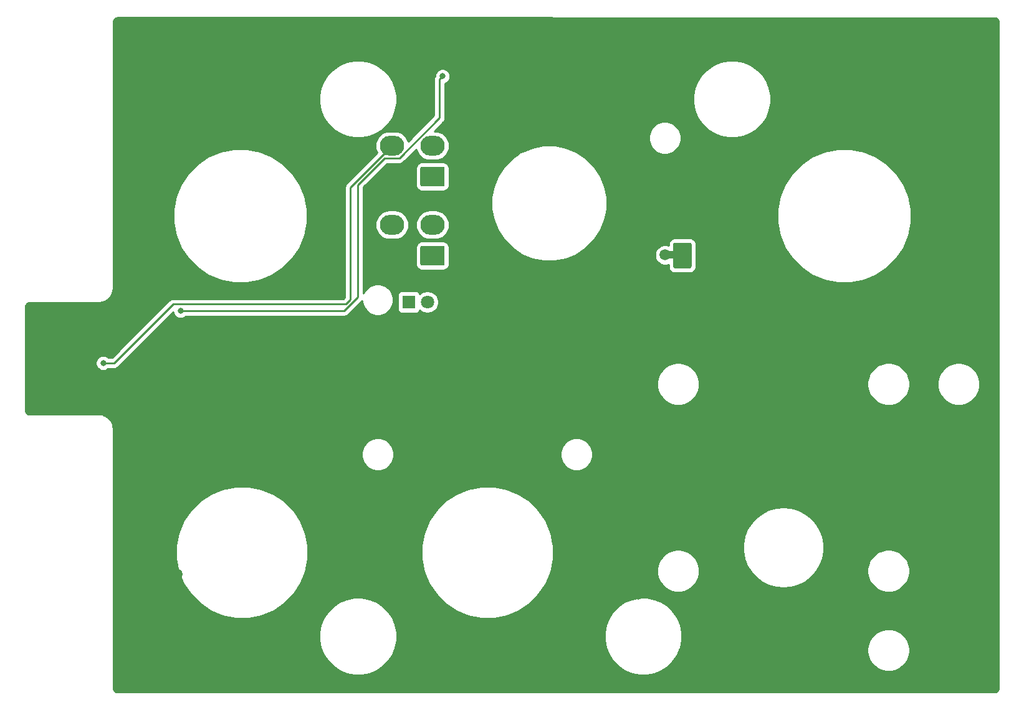
<source format=gbr>
G04 #@! TF.GenerationSoftware,KiCad,Pcbnew,(5.1.6)-1*
G04 #@! TF.CreationDate,2021-02-10T21:53:07+11:00*
G04 #@! TF.ProjectId,ECS Panel PCB V2,45435320-5061-46e6-956c-205043422056,rev?*
G04 #@! TF.SameCoordinates,Original*
G04 #@! TF.FileFunction,Copper,L2,Bot*
G04 #@! TF.FilePolarity,Positive*
%FSLAX46Y46*%
G04 Gerber Fmt 4.6, Leading zero omitted, Abs format (unit mm)*
G04 Created by KiCad (PCBNEW (5.1.6)-1) date 2021-02-10 21:53:07*
%MOMM*%
%LPD*%
G01*
G04 APERTURE LIST*
G04 #@! TA.AperFunction,ComponentPad*
%ADD10O,3.300000X2.700000*%
G04 #@! TD*
G04 #@! TA.AperFunction,ComponentPad*
%ADD11C,1.800000*%
G04 #@! TD*
G04 #@! TA.AperFunction,ComponentPad*
%ADD12R,1.800000X1.800000*%
G04 #@! TD*
G04 #@! TA.AperFunction,ViaPad*
%ADD13C,1.500000*%
G04 #@! TD*
G04 #@! TA.AperFunction,ViaPad*
%ADD14C,0.800000*%
G04 #@! TD*
G04 #@! TA.AperFunction,Conductor*
%ADD15C,1.000000*%
G04 #@! TD*
G04 #@! TA.AperFunction,Conductor*
%ADD16C,0.250000*%
G04 #@! TD*
G04 #@! TA.AperFunction,Conductor*
%ADD17C,0.254000*%
G04 #@! TD*
G04 APERTURE END LIST*
D10*
G04 #@! TO.P,J2,4*
G04 #@! TO.N,/DATAOUT*
X71936000Y-95800000D03*
G04 #@! TO.P,J2,3*
G04 #@! TO.N,/LEDGND*
X71936000Y-100000000D03*
G04 #@! TO.P,J2,2*
G04 #@! TO.N,/LED+5V*
X77436000Y-95800000D03*
G04 #@! TO.P,J2,1*
G04 #@! TA.AperFunction,ComponentPad*
G36*
G01*
X78835999Y-101350000D02*
X76036001Y-101350000D01*
G75*
G02*
X75786000Y-101099999I0J250001D01*
G01*
X75786000Y-98900001D01*
G75*
G02*
X76036001Y-98650000I250001J0D01*
G01*
X78835999Y-98650000D01*
G75*
G02*
X79086000Y-98900001I0J-250001D01*
G01*
X79086000Y-101099999D01*
G75*
G02*
X78835999Y-101350000I-250001J0D01*
G01*
G37*
G04 #@! TD.AperFunction*
G04 #@! TD*
G04 #@! TO.P,J1,4*
G04 #@! TO.N,/DATAIN*
X71936000Y-85048600D03*
G04 #@! TO.P,J1,3*
G04 #@! TO.N,/LEDGND*
X71936000Y-89248600D03*
G04 #@! TO.P,J1,2*
G04 #@! TO.N,/LED+5V*
X77436000Y-85048600D03*
G04 #@! TO.P,J1,1*
G04 #@! TA.AperFunction,ComponentPad*
G36*
G01*
X78835999Y-90598600D02*
X76036001Y-90598600D01*
G75*
G02*
X75786000Y-90348599I0J250001D01*
G01*
X75786000Y-88148601D01*
G75*
G02*
X76036001Y-87898600I250001J0D01*
G01*
X78835999Y-87898600D01*
G75*
G02*
X79086000Y-88148601I0J-250001D01*
G01*
X79086000Y-90348599D01*
G75*
G02*
X78835999Y-90598600I-250001J0D01*
G01*
G37*
G04 #@! TD.AperFunction*
G04 #@! TD*
D11*
G04 #@! TO.P,D1,2*
G04 #@! TO.N,/LED+5V*
X76740000Y-106300000D03*
D12*
G04 #@! TO.P,D1,1*
G04 #@! TO.N,Net-(D1-Pad1)*
X74200000Y-106300000D03*
G04 #@! TD*
G04 #@! TO.P,C1,2*
G04 #@! TO.N,/LEDGND*
G04 #@! TA.AperFunction,SMDPad,CuDef*
G36*
G01*
X112379000Y-95223000D02*
X110379000Y-95223000D01*
G75*
G02*
X110129000Y-94973000I0J250000D01*
G01*
X110129000Y-91973000D01*
G75*
G02*
X110379000Y-91723000I250000J0D01*
G01*
X112379000Y-91723000D01*
G75*
G02*
X112629000Y-91973000I0J-250000D01*
G01*
X112629000Y-94973000D01*
G75*
G02*
X112379000Y-95223000I-250000J0D01*
G01*
G37*
G04 #@! TD.AperFunction*
G04 #@! TO.P,C1,1*
G04 #@! TO.N,/LED+5V*
G04 #@! TA.AperFunction,SMDPad,CuDef*
G36*
G01*
X112379000Y-101723000D02*
X110379000Y-101723000D01*
G75*
G02*
X110129000Y-101473000I0J250000D01*
G01*
X110129000Y-98473000D01*
G75*
G02*
X110379000Y-98223000I250000J0D01*
G01*
X112379000Y-98223000D01*
G75*
G02*
X112629000Y-98473000I0J-250000D01*
G01*
X112629000Y-101473000D01*
G75*
G02*
X112379000Y-101723000I-250000J0D01*
G01*
G37*
G04 #@! TD.AperFunction*
G04 #@! TD*
D13*
G04 #@! TO.N,/LEDGND*
X74000000Y-112200000D03*
X90600000Y-131300000D03*
X90600000Y-125600000D03*
X75000000Y-140300000D03*
X56700000Y-156100000D03*
X41195000Y-95000000D03*
X124100000Y-100900000D03*
X142800000Y-110200000D03*
X127700000Y-110400000D03*
X135200000Y-110200000D03*
X123300000Y-91300000D03*
X138500000Y-84200000D03*
X145600000Y-80700000D03*
X142100000Y-75100000D03*
X131300000Y-78300000D03*
X131300000Y-157400000D03*
X149600000Y-145400000D03*
X153100000Y-131100000D03*
X146100000Y-131200000D03*
X135000000Y-120900000D03*
X129400000Y-119400000D03*
X130600000Y-123900000D03*
X118900000Y-121100000D03*
X105400000Y-146000000D03*
X97600000Y-146000000D03*
X89916000Y-155194000D03*
X82890000Y-155200000D03*
X77830000Y-147200000D03*
X49840000Y-156270000D03*
X67160000Y-142040000D03*
X60680000Y-126230000D03*
X128490000Y-83710000D03*
X90650000Y-74190000D03*
X100860000Y-71590000D03*
X109420000Y-77690000D03*
X97470000Y-80710000D03*
X88710000Y-80450000D03*
X81870000Y-79500000D03*
X81840000Y-114970000D03*
X94830000Y-111860000D03*
X91920000Y-105790000D03*
X105400000Y-106270000D03*
X104470000Y-113850000D03*
X102898000Y-123022000D03*
X95950000Y-121040000D03*
X78110000Y-120910000D03*
X90120000Y-119960000D03*
X70550000Y-120970000D03*
X62830000Y-121030000D03*
X51730000Y-118200000D03*
X39880000Y-123470000D03*
X63530000Y-98930000D03*
X62210000Y-110630000D03*
X54530000Y-110690000D03*
X46260000Y-110450000D03*
X31670000Y-118940000D03*
X31430000Y-112190000D03*
X43110000Y-101650000D03*
X45775000Y-83725000D03*
X60700000Y-80000000D03*
X55912500Y-84912500D03*
X57579500Y-132179500D03*
X42695300Y-143295300D03*
X46000000Y-129700000D03*
G04 #@! TO.N,/LED+5V*
X109019600Y-99893000D03*
D14*
G04 #@! TO.N,/DATAIN*
X32700000Y-114600000D03*
G04 #@! TO.N,Net-(D12-Pad2)*
X43200000Y-107500000D03*
X78800000Y-75600000D03*
G04 #@! TD*
D15*
G04 #@! TO.N,/LED+5V*
X109019600Y-99893000D02*
X111299000Y-99893000D01*
X111299000Y-99893000D02*
X111379000Y-99973000D01*
D16*
G04 #@! TO.N,/DATAIN*
X71936000Y-85048600D02*
X66300000Y-90684600D01*
X66300000Y-105981000D02*
X65681000Y-106600000D01*
X66300000Y-90684600D02*
X66300000Y-105981000D01*
X65681000Y-106600000D02*
X42200000Y-106600000D01*
X42200000Y-106600000D02*
X34200000Y-114600000D01*
X34200000Y-114600000D02*
X32700000Y-114600000D01*
X32700000Y-114600000D02*
X32700000Y-114600000D01*
G04 #@! TO.N,Net-(D12-Pad2)*
X72929811Y-86723610D02*
X78400000Y-81253421D01*
X65417410Y-107500000D02*
X67300000Y-105617410D01*
X43200000Y-107500000D02*
X65417410Y-107500000D01*
X70942189Y-86723610D02*
X72929811Y-86723610D01*
X67300000Y-105617410D02*
X67300000Y-90365799D01*
X67300000Y-90365799D02*
X70942189Y-86723610D01*
X78400000Y-81253421D02*
X78400000Y-76000000D01*
X78400000Y-76000000D02*
X78800000Y-75600000D01*
X78800000Y-75600000D02*
X78800000Y-75600000D01*
G04 #@! TD*
D17*
G04 #@! TO.N,/LEDGND*
G36*
X153669527Y-67665194D02*
G01*
X153831460Y-67677872D01*
X153950313Y-67711228D01*
X154060414Y-67767029D01*
X154157587Y-67843158D01*
X154238120Y-67936710D01*
X154298947Y-68044119D01*
X154337753Y-68161299D01*
X154356201Y-68308920D01*
X154356200Y-158647998D01*
X154343528Y-158809862D01*
X154310173Y-158928710D01*
X154254370Y-159038815D01*
X154178242Y-159135987D01*
X154084691Y-159216520D01*
X153977283Y-159277346D01*
X153860103Y-159316153D01*
X153712488Y-159334600D01*
X34747602Y-159334600D01*
X34585738Y-159321928D01*
X34466890Y-159288573D01*
X34356785Y-159232770D01*
X34259613Y-159156642D01*
X34179080Y-159063091D01*
X34118254Y-158955683D01*
X34079447Y-158838503D01*
X34060998Y-158690873D01*
X34060787Y-151219861D01*
X62033000Y-151219861D01*
X62033000Y-152259339D01*
X62235792Y-153278844D01*
X62633583Y-154239197D01*
X63211087Y-155103491D01*
X63946109Y-155838513D01*
X64810403Y-156416017D01*
X65770756Y-156813808D01*
X66790261Y-157016600D01*
X67829739Y-157016600D01*
X68849244Y-156813808D01*
X69809597Y-156416017D01*
X70673891Y-155838513D01*
X71408913Y-155103491D01*
X71986417Y-154239197D01*
X72384208Y-153278844D01*
X72587000Y-152259339D01*
X72587000Y-151219861D01*
X100768000Y-151219861D01*
X100768000Y-152259339D01*
X100970792Y-153278844D01*
X101368583Y-154239197D01*
X101946087Y-155103491D01*
X102681109Y-155838513D01*
X103545403Y-156416017D01*
X104505756Y-156813808D01*
X105525261Y-157016600D01*
X106564739Y-157016600D01*
X107584244Y-156813808D01*
X108544597Y-156416017D01*
X109408891Y-155838513D01*
X110143913Y-155103491D01*
X110721417Y-154239197D01*
X111092456Y-153343428D01*
X136488851Y-153343428D01*
X136488851Y-153913428D01*
X136600052Y-154472474D01*
X136818182Y-154999085D01*
X137134856Y-155473022D01*
X137537906Y-155876072D01*
X138011843Y-156192746D01*
X138538454Y-156410876D01*
X139097500Y-156522077D01*
X139667500Y-156522077D01*
X140226546Y-156410876D01*
X140753157Y-156192746D01*
X141227094Y-155876072D01*
X141630144Y-155473022D01*
X141946818Y-154999085D01*
X142164948Y-154472474D01*
X142276149Y-153913428D01*
X142276149Y-153343428D01*
X142164948Y-152784382D01*
X141946818Y-152257771D01*
X141630144Y-151783834D01*
X141227094Y-151380784D01*
X140753157Y-151064110D01*
X140226546Y-150845980D01*
X139667500Y-150734779D01*
X139097500Y-150734779D01*
X138538454Y-150845980D01*
X138011843Y-151064110D01*
X137537906Y-151380784D01*
X137134856Y-151783834D01*
X136818182Y-152257771D01*
X136600052Y-152784382D01*
X136488851Y-153343428D01*
X111092456Y-153343428D01*
X111119208Y-153278844D01*
X111322000Y-152259339D01*
X111322000Y-151219861D01*
X111119208Y-150200356D01*
X110721417Y-149240003D01*
X110143913Y-148375709D01*
X109408891Y-147640687D01*
X108544597Y-147063183D01*
X107584244Y-146665392D01*
X106564739Y-146462600D01*
X105525261Y-146462600D01*
X104505756Y-146665392D01*
X103545403Y-147063183D01*
X102681109Y-147640687D01*
X101946087Y-148375709D01*
X101368583Y-149240003D01*
X100970792Y-150200356D01*
X100768000Y-151219861D01*
X72587000Y-151219861D01*
X72384208Y-150200356D01*
X71986417Y-149240003D01*
X71408913Y-148375709D01*
X70673891Y-147640687D01*
X69809597Y-147063183D01*
X68849244Y-146665392D01*
X67829739Y-146462600D01*
X66790261Y-146462600D01*
X65770756Y-146665392D01*
X64810403Y-147063183D01*
X63946109Y-147640687D01*
X63211087Y-148375709D01*
X62633583Y-149240003D01*
X62235792Y-150200356D01*
X62033000Y-151219861D01*
X34060787Y-151219861D01*
X34060453Y-139425443D01*
X42585000Y-139425443D01*
X42585000Y-141193757D01*
X42929981Y-142928094D01*
X43606686Y-144561804D01*
X44589109Y-146032104D01*
X45839496Y-147282491D01*
X47309796Y-148264914D01*
X48943506Y-148941619D01*
X50677843Y-149286600D01*
X52446157Y-149286600D01*
X54180494Y-148941619D01*
X55814204Y-148264914D01*
X57284504Y-147282491D01*
X58534891Y-146032104D01*
X59517314Y-144561804D01*
X60194019Y-142928094D01*
X60539000Y-141193757D01*
X60539000Y-139425443D01*
X75922499Y-139425443D01*
X75922499Y-141193757D01*
X76267480Y-142928094D01*
X76944185Y-144561804D01*
X77926608Y-146032104D01*
X79176995Y-147282491D01*
X80647295Y-148264914D01*
X82281005Y-148941619D01*
X84015342Y-149286600D01*
X85783656Y-149286600D01*
X87517993Y-148941619D01*
X89151703Y-148264914D01*
X90622003Y-147282491D01*
X91872390Y-146032104D01*
X92854813Y-144561804D01*
X93531518Y-142928094D01*
X93603821Y-142564601D01*
X107913852Y-142564601D01*
X107913852Y-143134599D01*
X108025053Y-143693646D01*
X108243183Y-144220256D01*
X108559857Y-144694193D01*
X108962907Y-145097243D01*
X109436844Y-145413917D01*
X109963454Y-145632047D01*
X110522501Y-145743248D01*
X111092499Y-145743248D01*
X111651546Y-145632047D01*
X112178156Y-145413917D01*
X112652093Y-145097243D01*
X113055143Y-144694193D01*
X113371817Y-144220256D01*
X113589947Y-143693646D01*
X113701148Y-143134599D01*
X113701148Y-142564601D01*
X113589947Y-142005554D01*
X113371817Y-141478944D01*
X113055143Y-141005007D01*
X112652093Y-140601957D01*
X112178156Y-140285283D01*
X111651546Y-140067153D01*
X111092499Y-139955952D01*
X110522501Y-139955952D01*
X109963454Y-140067153D01*
X109436844Y-140285283D01*
X108962907Y-140601957D01*
X108559857Y-141005007D01*
X108243183Y-141478944D01*
X108025053Y-142005554D01*
X107913852Y-142564601D01*
X93603821Y-142564601D01*
X93876499Y-141193757D01*
X93876499Y-139425443D01*
X93824795Y-139165509D01*
X119601037Y-139165509D01*
X119601037Y-140183691D01*
X119788127Y-141184536D01*
X120155937Y-142133961D01*
X120691940Y-142999637D01*
X121377884Y-143752082D01*
X122190411Y-144365673D01*
X123101849Y-144819516D01*
X124081162Y-145098154D01*
X125095000Y-145192100D01*
X126108838Y-145098154D01*
X127088151Y-144819516D01*
X127999589Y-144365673D01*
X128812116Y-143752082D01*
X129498060Y-142999637D01*
X129767423Y-142564600D01*
X136488851Y-142564600D01*
X136488851Y-143134600D01*
X136600052Y-143693646D01*
X136818182Y-144220257D01*
X137134856Y-144694194D01*
X137537906Y-145097244D01*
X138011843Y-145413918D01*
X138538454Y-145632048D01*
X139097500Y-145743249D01*
X139667500Y-145743249D01*
X140226546Y-145632048D01*
X140753157Y-145413918D01*
X141227094Y-145097244D01*
X141630144Y-144694194D01*
X141946818Y-144220257D01*
X142164948Y-143693646D01*
X142276149Y-143134600D01*
X142276149Y-142564600D01*
X142164948Y-142005554D01*
X141946818Y-141478943D01*
X141630144Y-141005006D01*
X141227094Y-140601956D01*
X140753157Y-140285282D01*
X140226546Y-140067152D01*
X139667500Y-139955951D01*
X139097500Y-139955951D01*
X138538454Y-140067152D01*
X138011843Y-140285282D01*
X137537906Y-140601956D01*
X137134856Y-141005006D01*
X136818182Y-141478943D01*
X136600052Y-142005554D01*
X136488851Y-142564600D01*
X129767423Y-142564600D01*
X130034063Y-142133961D01*
X130401873Y-141184536D01*
X130588963Y-140183691D01*
X130588963Y-139165509D01*
X130401873Y-138164664D01*
X130034063Y-137215239D01*
X129498060Y-136349563D01*
X128812116Y-135597118D01*
X127999589Y-134983527D01*
X127088151Y-134529684D01*
X126108838Y-134251046D01*
X125095000Y-134157100D01*
X124081162Y-134251046D01*
X123101849Y-134529684D01*
X122190411Y-134983527D01*
X121377884Y-135597118D01*
X120691940Y-136349563D01*
X120155937Y-137215239D01*
X119788127Y-138164664D01*
X119601037Y-139165509D01*
X93824795Y-139165509D01*
X93531518Y-137691106D01*
X92854813Y-136057396D01*
X91872390Y-134587096D01*
X90622003Y-133336709D01*
X89151703Y-132354286D01*
X87517993Y-131677581D01*
X85783656Y-131332600D01*
X84015342Y-131332600D01*
X82281005Y-131677581D01*
X80647295Y-132354286D01*
X79176995Y-133336709D01*
X77926608Y-134587096D01*
X76944185Y-136057396D01*
X76267480Y-137691106D01*
X75922499Y-139425443D01*
X60539000Y-139425443D01*
X60194019Y-137691106D01*
X59517314Y-136057396D01*
X58534891Y-134587096D01*
X57284504Y-133336709D01*
X55814204Y-132354286D01*
X54180494Y-131677581D01*
X52446157Y-131332600D01*
X50677843Y-131332600D01*
X48943506Y-131677581D01*
X47309796Y-132354286D01*
X45839496Y-133336709D01*
X44589109Y-134587096D01*
X43606686Y-136057396D01*
X42929981Y-137691106D01*
X42585000Y-139425443D01*
X34060453Y-139425443D01*
X34060094Y-126781422D01*
X67780738Y-126781422D01*
X67780738Y-127218578D01*
X67866023Y-127647335D01*
X68033316Y-128051215D01*
X68276187Y-128414697D01*
X68585303Y-128723813D01*
X68948785Y-128966684D01*
X69352665Y-129133977D01*
X69781422Y-129219262D01*
X70218578Y-129219262D01*
X70647335Y-129133977D01*
X71051215Y-128966684D01*
X71414697Y-128723813D01*
X71723813Y-128414697D01*
X71966684Y-128051215D01*
X72133977Y-127647335D01*
X72219262Y-127218578D01*
X72219262Y-126781422D01*
X94780738Y-126781422D01*
X94780738Y-127218578D01*
X94866023Y-127647335D01*
X95033316Y-128051215D01*
X95276187Y-128414697D01*
X95585303Y-128723813D01*
X95948785Y-128966684D01*
X96352665Y-129133977D01*
X96781422Y-129219262D01*
X97218578Y-129219262D01*
X97647335Y-129133977D01*
X98051215Y-128966684D01*
X98414697Y-128723813D01*
X98723813Y-128414697D01*
X98966684Y-128051215D01*
X99133977Y-127647335D01*
X99219262Y-127218578D01*
X99219262Y-126781422D01*
X99133977Y-126352665D01*
X98966684Y-125948785D01*
X98723813Y-125585303D01*
X98414697Y-125276187D01*
X98051215Y-125033316D01*
X97647335Y-124866023D01*
X97218578Y-124780738D01*
X96781422Y-124780738D01*
X96352665Y-124866023D01*
X95948785Y-125033316D01*
X95585303Y-125276187D01*
X95276187Y-125585303D01*
X95033316Y-125948785D01*
X94866023Y-126352665D01*
X94780738Y-126781422D01*
X72219262Y-126781422D01*
X72133977Y-126352665D01*
X71966684Y-125948785D01*
X71723813Y-125585303D01*
X71414697Y-125276187D01*
X71051215Y-125033316D01*
X70647335Y-124866023D01*
X70218578Y-124780738D01*
X69781422Y-124780738D01*
X69352665Y-124866023D01*
X68948785Y-125033316D01*
X68585303Y-125276187D01*
X68276187Y-125585303D01*
X68033316Y-125948785D01*
X67866023Y-126352665D01*
X67780738Y-126781422D01*
X34060094Y-126781422D01*
X34059999Y-123436963D01*
X34055869Y-123395044D01*
X34055776Y-123387665D01*
X34054697Y-123378513D01*
X34052540Y-123361251D01*
X34050446Y-123339999D01*
X34049490Y-123336848D01*
X34023340Y-123127598D01*
X34010164Y-123069244D01*
X33997807Y-123010722D01*
X33994971Y-123001954D01*
X33915476Y-122761909D01*
X33891218Y-122707227D01*
X33867726Y-122652213D01*
X33863241Y-122644163D01*
X33738634Y-122424131D01*
X33704238Y-122375233D01*
X33670489Y-122325801D01*
X33664526Y-122318776D01*
X33499554Y-122127136D01*
X33456291Y-122085827D01*
X33413606Y-122043914D01*
X33406391Y-122038180D01*
X33207338Y-121882234D01*
X33156875Y-121850115D01*
X33106865Y-121817293D01*
X33098675Y-121813070D01*
X32873123Y-121698757D01*
X32817395Y-121677055D01*
X32761948Y-121654567D01*
X32753093Y-121652015D01*
X32509634Y-121583688D01*
X32450723Y-121573219D01*
X32391991Y-121561934D01*
X32382810Y-121561150D01*
X32136403Y-121541859D01*
X32109815Y-121539314D01*
X22808713Y-121564730D01*
X22647738Y-121552128D01*
X22528890Y-121518773D01*
X22418785Y-121462970D01*
X22321613Y-121386842D01*
X22241080Y-121293291D01*
X22180254Y-121185883D01*
X22141447Y-121068703D01*
X22123000Y-120921088D01*
X22123000Y-117164601D01*
X107913852Y-117164601D01*
X107913852Y-117734599D01*
X108025053Y-118293646D01*
X108243183Y-118820256D01*
X108559857Y-119294193D01*
X108962907Y-119697243D01*
X109436844Y-120013917D01*
X109963454Y-120232047D01*
X110522501Y-120343248D01*
X111092499Y-120343248D01*
X111651546Y-120232047D01*
X112178156Y-120013917D01*
X112652093Y-119697243D01*
X113055143Y-119294193D01*
X113371817Y-118820256D01*
X113589947Y-118293646D01*
X113701148Y-117734599D01*
X113701148Y-117164601D01*
X113701148Y-117164600D01*
X136488851Y-117164600D01*
X136488851Y-117734600D01*
X136600052Y-118293646D01*
X136818182Y-118820257D01*
X137134856Y-119294194D01*
X137537906Y-119697244D01*
X138011843Y-120013918D01*
X138538454Y-120232048D01*
X139097500Y-120343249D01*
X139667500Y-120343249D01*
X140226546Y-120232048D01*
X140753157Y-120013918D01*
X141227094Y-119697244D01*
X141630144Y-119294194D01*
X141946818Y-118820257D01*
X142164948Y-118293646D01*
X142276149Y-117734600D01*
X142276149Y-117164600D01*
X146013851Y-117164600D01*
X146013851Y-117734600D01*
X146125052Y-118293646D01*
X146343182Y-118820257D01*
X146659856Y-119294194D01*
X147062906Y-119697244D01*
X147536843Y-120013918D01*
X148063454Y-120232048D01*
X148622500Y-120343249D01*
X149192500Y-120343249D01*
X149751546Y-120232048D01*
X150278157Y-120013918D01*
X150752094Y-119697244D01*
X151155144Y-119294194D01*
X151471818Y-118820257D01*
X151689948Y-118293646D01*
X151801149Y-117734600D01*
X151801149Y-117164600D01*
X151689948Y-116605554D01*
X151471818Y-116078943D01*
X151155144Y-115605006D01*
X150752094Y-115201956D01*
X150278157Y-114885282D01*
X149751546Y-114667152D01*
X149192500Y-114555951D01*
X148622500Y-114555951D01*
X148063454Y-114667152D01*
X147536843Y-114885282D01*
X147062906Y-115201956D01*
X146659856Y-115605006D01*
X146343182Y-116078943D01*
X146125052Y-116605554D01*
X146013851Y-117164600D01*
X142276149Y-117164600D01*
X142164948Y-116605554D01*
X141946818Y-116078943D01*
X141630144Y-115605006D01*
X141227094Y-115201956D01*
X140753157Y-114885282D01*
X140226546Y-114667152D01*
X139667500Y-114555951D01*
X139097500Y-114555951D01*
X138538454Y-114667152D01*
X138011843Y-114885282D01*
X137537906Y-115201956D01*
X137134856Y-115605006D01*
X136818182Y-116078943D01*
X136600052Y-116605554D01*
X136488851Y-117164600D01*
X113701148Y-117164600D01*
X113589947Y-116605554D01*
X113371817Y-116078944D01*
X113055143Y-115605007D01*
X112652093Y-115201957D01*
X112178156Y-114885283D01*
X111651546Y-114667153D01*
X111092499Y-114555952D01*
X110522501Y-114555952D01*
X109963454Y-114667153D01*
X109436844Y-114885283D01*
X108962907Y-115201957D01*
X108559857Y-115605007D01*
X108243183Y-116078944D01*
X108025053Y-116605554D01*
X107913852Y-117164601D01*
X22123000Y-117164601D01*
X22123000Y-114498061D01*
X31665000Y-114498061D01*
X31665000Y-114701939D01*
X31704774Y-114901898D01*
X31782795Y-115090256D01*
X31896063Y-115259774D01*
X32040226Y-115403937D01*
X32209744Y-115517205D01*
X32398102Y-115595226D01*
X32598061Y-115635000D01*
X32801939Y-115635000D01*
X33001898Y-115595226D01*
X33190256Y-115517205D01*
X33359774Y-115403937D01*
X33403711Y-115360000D01*
X34162678Y-115360000D01*
X34200000Y-115363676D01*
X34237322Y-115360000D01*
X34237333Y-115360000D01*
X34348986Y-115349003D01*
X34492247Y-115305546D01*
X34624276Y-115234974D01*
X34740001Y-115140001D01*
X34763804Y-115110997D01*
X42182896Y-107691907D01*
X42204774Y-107801898D01*
X42282795Y-107990256D01*
X42396063Y-108159774D01*
X42540226Y-108303937D01*
X42709744Y-108417205D01*
X42898102Y-108495226D01*
X43098061Y-108535000D01*
X43301939Y-108535000D01*
X43501898Y-108495226D01*
X43690256Y-108417205D01*
X43859774Y-108303937D01*
X43903711Y-108260000D01*
X65380088Y-108260000D01*
X65417410Y-108263676D01*
X65454732Y-108260000D01*
X65454743Y-108260000D01*
X65566396Y-108249003D01*
X65709657Y-108205546D01*
X65841686Y-108134974D01*
X65957411Y-108040001D01*
X65981214Y-108010997D01*
X67811004Y-106181208D01*
X67840001Y-106157411D01*
X67866569Y-106125038D01*
X67866569Y-106210125D01*
X67948555Y-106622299D01*
X68109378Y-107010559D01*
X68342856Y-107359983D01*
X68640017Y-107657144D01*
X68989441Y-107890622D01*
X69377701Y-108051445D01*
X69789875Y-108133431D01*
X70210125Y-108133431D01*
X70622299Y-108051445D01*
X71010559Y-107890622D01*
X71359983Y-107657144D01*
X71657144Y-107359983D01*
X71890622Y-107010559D01*
X72051445Y-106622299D01*
X72133431Y-106210125D01*
X72133431Y-105789875D01*
X72055881Y-105400000D01*
X72661928Y-105400000D01*
X72661928Y-107200000D01*
X72674188Y-107324482D01*
X72710498Y-107444180D01*
X72769463Y-107554494D01*
X72848815Y-107651185D01*
X72945506Y-107730537D01*
X73055820Y-107789502D01*
X73175518Y-107825812D01*
X73300000Y-107838072D01*
X75100000Y-107838072D01*
X75224482Y-107825812D01*
X75344180Y-107789502D01*
X75454494Y-107730537D01*
X75551185Y-107651185D01*
X75630537Y-107554494D01*
X75689502Y-107444180D01*
X75695056Y-107425873D01*
X75761495Y-107492312D01*
X76012905Y-107660299D01*
X76292257Y-107776011D01*
X76588816Y-107835000D01*
X76891184Y-107835000D01*
X77187743Y-107776011D01*
X77467095Y-107660299D01*
X77718505Y-107492312D01*
X77932312Y-107278505D01*
X78100299Y-107027095D01*
X78216011Y-106747743D01*
X78275000Y-106451184D01*
X78275000Y-106148816D01*
X78216011Y-105852257D01*
X78100299Y-105572905D01*
X77932312Y-105321495D01*
X77718505Y-105107688D01*
X77467095Y-104939701D01*
X77187743Y-104823989D01*
X76891184Y-104765000D01*
X76588816Y-104765000D01*
X76292257Y-104823989D01*
X76012905Y-104939701D01*
X75761495Y-105107688D01*
X75695056Y-105174127D01*
X75689502Y-105155820D01*
X75630537Y-105045506D01*
X75551185Y-104948815D01*
X75454494Y-104869463D01*
X75344180Y-104810498D01*
X75224482Y-104774188D01*
X75100000Y-104761928D01*
X73300000Y-104761928D01*
X73175518Y-104774188D01*
X73055820Y-104810498D01*
X72945506Y-104869463D01*
X72848815Y-104948815D01*
X72769463Y-105045506D01*
X72710498Y-105155820D01*
X72674188Y-105275518D01*
X72661928Y-105400000D01*
X72055881Y-105400000D01*
X72051445Y-105377701D01*
X71890622Y-104989441D01*
X71657144Y-104640017D01*
X71359983Y-104342856D01*
X71010559Y-104109378D01*
X70622299Y-103948555D01*
X70210125Y-103866569D01*
X69789875Y-103866569D01*
X69377701Y-103948555D01*
X68989441Y-104109378D01*
X68640017Y-104342856D01*
X68342856Y-104640017D01*
X68109378Y-104989441D01*
X68060000Y-105108650D01*
X68060000Y-98900001D01*
X75147928Y-98900001D01*
X75147928Y-101099999D01*
X75164992Y-101273253D01*
X75215529Y-101439850D01*
X75297595Y-101593386D01*
X75408039Y-101727961D01*
X75542614Y-101838405D01*
X75696150Y-101920471D01*
X75862747Y-101971008D01*
X76036001Y-101988072D01*
X78835999Y-101988072D01*
X79009253Y-101971008D01*
X79175850Y-101920471D01*
X79329386Y-101838405D01*
X79463961Y-101727961D01*
X79574405Y-101593386D01*
X79656471Y-101439850D01*
X79707008Y-101273253D01*
X79724072Y-101099999D01*
X79724072Y-98900001D01*
X79707008Y-98726747D01*
X79656471Y-98560150D01*
X79574405Y-98406614D01*
X79463961Y-98272039D01*
X79329386Y-98161595D01*
X79175850Y-98079529D01*
X79009253Y-98028992D01*
X78835999Y-98011928D01*
X76036001Y-98011928D01*
X75862747Y-98028992D01*
X75696150Y-98079529D01*
X75542614Y-98161595D01*
X75408039Y-98272039D01*
X75297595Y-98406614D01*
X75215529Y-98560150D01*
X75164992Y-98726747D01*
X75147928Y-98900001D01*
X68060000Y-98900001D01*
X68060000Y-95800000D01*
X69641396Y-95800000D01*
X69679722Y-96189128D01*
X69793226Y-96563302D01*
X69977547Y-96908143D01*
X70225602Y-97210398D01*
X70527857Y-97458453D01*
X70872698Y-97642774D01*
X71246872Y-97756278D01*
X71538490Y-97785000D01*
X72333510Y-97785000D01*
X72625128Y-97756278D01*
X72999302Y-97642774D01*
X73344143Y-97458453D01*
X73646398Y-97210398D01*
X73894453Y-96908143D01*
X74078774Y-96563302D01*
X74192278Y-96189128D01*
X74230604Y-95800000D01*
X75141396Y-95800000D01*
X75179722Y-96189128D01*
X75293226Y-96563302D01*
X75477547Y-96908143D01*
X75725602Y-97210398D01*
X76027857Y-97458453D01*
X76372698Y-97642774D01*
X76746872Y-97756278D01*
X77038490Y-97785000D01*
X77833510Y-97785000D01*
X78125128Y-97756278D01*
X78499302Y-97642774D01*
X78844143Y-97458453D01*
X79146398Y-97210398D01*
X79394453Y-96908143D01*
X79578774Y-96563302D01*
X79692278Y-96189128D01*
X79730604Y-95800000D01*
X79692278Y-95410872D01*
X79578774Y-95036698D01*
X79394453Y-94691857D01*
X79146398Y-94389602D01*
X78844143Y-94141547D01*
X78499302Y-93957226D01*
X78125128Y-93843722D01*
X77833510Y-93815000D01*
X77038490Y-93815000D01*
X76746872Y-93843722D01*
X76372698Y-93957226D01*
X76027857Y-94141547D01*
X75725602Y-94389602D01*
X75477547Y-94691857D01*
X75293226Y-95036698D01*
X75179722Y-95410872D01*
X75141396Y-95800000D01*
X74230604Y-95800000D01*
X74192278Y-95410872D01*
X74078774Y-95036698D01*
X73894453Y-94691857D01*
X73646398Y-94389602D01*
X73344143Y-94141547D01*
X72999302Y-93957226D01*
X72625128Y-93843722D01*
X72333510Y-93815000D01*
X71538490Y-93815000D01*
X71246872Y-93843722D01*
X70872698Y-93957226D01*
X70527857Y-94141547D01*
X70225602Y-94389602D01*
X69977547Y-94691857D01*
X69793226Y-95036698D01*
X69679722Y-95410872D01*
X69641396Y-95800000D01*
X68060000Y-95800000D01*
X68060000Y-92074183D01*
X85398000Y-92074183D01*
X85398000Y-93625817D01*
X85700709Y-95147636D01*
X86294494Y-96581158D01*
X87156535Y-97871295D01*
X88253705Y-98968465D01*
X89543842Y-99830506D01*
X90977364Y-100424291D01*
X92499183Y-100727000D01*
X94050817Y-100727000D01*
X95572636Y-100424291D01*
X97006158Y-99830506D01*
X97116782Y-99756589D01*
X107634600Y-99756589D01*
X107634600Y-100029411D01*
X107687825Y-100296989D01*
X107792229Y-100549043D01*
X107943801Y-100775886D01*
X108136714Y-100968799D01*
X108363557Y-101120371D01*
X108615611Y-101224775D01*
X108883189Y-101278000D01*
X109156011Y-101278000D01*
X109423589Y-101224775D01*
X109490928Y-101196882D01*
X109490928Y-101473000D01*
X109507992Y-101646254D01*
X109558528Y-101812850D01*
X109640595Y-101966386D01*
X109751038Y-102100962D01*
X109885614Y-102211405D01*
X110039150Y-102293472D01*
X110205746Y-102344008D01*
X110379000Y-102361072D01*
X112379000Y-102361072D01*
X112552254Y-102344008D01*
X112718850Y-102293472D01*
X112872386Y-102211405D01*
X113006962Y-102100962D01*
X113117405Y-101966386D01*
X113199472Y-101812850D01*
X113250008Y-101646254D01*
X113267072Y-101473000D01*
X113267072Y-98473000D01*
X113250008Y-98299746D01*
X113199472Y-98133150D01*
X113117405Y-97979614D01*
X113006962Y-97845038D01*
X112872386Y-97734595D01*
X112718850Y-97652528D01*
X112552254Y-97601992D01*
X112379000Y-97584928D01*
X110379000Y-97584928D01*
X110205746Y-97601992D01*
X110039150Y-97652528D01*
X109885614Y-97734595D01*
X109751038Y-97845038D01*
X109640595Y-97979614D01*
X109558528Y-98133150D01*
X109507992Y-98299746D01*
X109490928Y-98473000D01*
X109490928Y-98589118D01*
X109423589Y-98561225D01*
X109156011Y-98508000D01*
X108883189Y-98508000D01*
X108615611Y-98561225D01*
X108363557Y-98665629D01*
X108136714Y-98817201D01*
X107943801Y-99010114D01*
X107792229Y-99236957D01*
X107687825Y-99489011D01*
X107634600Y-99756589D01*
X97116782Y-99756589D01*
X98296295Y-98968465D01*
X99393465Y-97871295D01*
X100255506Y-96581158D01*
X100849291Y-95147636D01*
X101139100Y-93690669D01*
X124223000Y-93690669D01*
X124223000Y-95488531D01*
X124573745Y-97251848D01*
X125261757Y-98912856D01*
X126260596Y-100407724D01*
X127531876Y-101679004D01*
X129026744Y-102677843D01*
X130687752Y-103365855D01*
X132451069Y-103716600D01*
X134248931Y-103716600D01*
X136012248Y-103365855D01*
X137673256Y-102677843D01*
X139168124Y-101679004D01*
X140439404Y-100407724D01*
X141438243Y-98912856D01*
X142126255Y-97251848D01*
X142477000Y-95488531D01*
X142477000Y-93690669D01*
X142126255Y-91927352D01*
X141438243Y-90266344D01*
X140439404Y-88771476D01*
X139168124Y-87500196D01*
X137673256Y-86501357D01*
X136012248Y-85813345D01*
X134248931Y-85462600D01*
X132451069Y-85462600D01*
X130687752Y-85813345D01*
X129026744Y-86501357D01*
X127531876Y-87500196D01*
X126260596Y-88771476D01*
X125261757Y-90266344D01*
X124573745Y-91927352D01*
X124223000Y-93690669D01*
X101139100Y-93690669D01*
X101152000Y-93625817D01*
X101152000Y-92074183D01*
X100849291Y-90552364D01*
X100255506Y-89118842D01*
X99393465Y-87828705D01*
X98296295Y-86731535D01*
X97006158Y-85869494D01*
X95572636Y-85275709D01*
X94050817Y-84973000D01*
X92499183Y-84973000D01*
X90977364Y-85275709D01*
X89737750Y-85789175D01*
X89701411Y-85796403D01*
X89359202Y-85938150D01*
X89051222Y-86143936D01*
X88886327Y-86308831D01*
X88253705Y-86731535D01*
X87156535Y-87828705D01*
X86294494Y-89118842D01*
X85700709Y-90552364D01*
X85398000Y-92074183D01*
X68060000Y-92074183D01*
X68060000Y-90680600D01*
X70591999Y-88148601D01*
X75147928Y-88148601D01*
X75147928Y-90348599D01*
X75164992Y-90521853D01*
X75215529Y-90688450D01*
X75297595Y-90841986D01*
X75408039Y-90976561D01*
X75542614Y-91087005D01*
X75696150Y-91169071D01*
X75862747Y-91219608D01*
X76036001Y-91236672D01*
X78835999Y-91236672D01*
X79009253Y-91219608D01*
X79175850Y-91169071D01*
X79329386Y-91087005D01*
X79463961Y-90976561D01*
X79574405Y-90841986D01*
X79656471Y-90688450D01*
X79707008Y-90521853D01*
X79724072Y-90348599D01*
X79724072Y-88148601D01*
X79707008Y-87975347D01*
X79656471Y-87808750D01*
X79574405Y-87655214D01*
X79463961Y-87520639D01*
X79329386Y-87410195D01*
X79175850Y-87328129D01*
X79009253Y-87277592D01*
X78835999Y-87260528D01*
X76036001Y-87260528D01*
X75862747Y-87277592D01*
X75696150Y-87328129D01*
X75542614Y-87410195D01*
X75408039Y-87520639D01*
X75297595Y-87655214D01*
X75215529Y-87808750D01*
X75164992Y-87975347D01*
X75147928Y-88148601D01*
X70591999Y-88148601D01*
X71256991Y-87483610D01*
X72892489Y-87483610D01*
X72929811Y-87487286D01*
X72967133Y-87483610D01*
X72967144Y-87483610D01*
X73078797Y-87472613D01*
X73222058Y-87429156D01*
X73354087Y-87358584D01*
X73469812Y-87263611D01*
X73493615Y-87234607D01*
X75205504Y-85522719D01*
X75293226Y-85811902D01*
X75477547Y-86156743D01*
X75725602Y-86458998D01*
X76027857Y-86707053D01*
X76372698Y-86891374D01*
X76746872Y-87004878D01*
X77038490Y-87033600D01*
X77833510Y-87033600D01*
X78125128Y-87004878D01*
X78499302Y-86891374D01*
X78844143Y-86707053D01*
X79146398Y-86458998D01*
X79394453Y-86156743D01*
X79578774Y-85811902D01*
X79692278Y-85437728D01*
X79730604Y-85048600D01*
X79692278Y-84659472D01*
X79578774Y-84285298D01*
X79394453Y-83940457D01*
X79263936Y-83781422D01*
X106780738Y-83781422D01*
X106780738Y-84218578D01*
X106866023Y-84647335D01*
X107033316Y-85051215D01*
X107276187Y-85414697D01*
X107585303Y-85723813D01*
X107948785Y-85966684D01*
X108352665Y-86133977D01*
X108781422Y-86219262D01*
X109218578Y-86219262D01*
X109647335Y-86133977D01*
X110051215Y-85966684D01*
X110414697Y-85723813D01*
X110723813Y-85414697D01*
X110966684Y-85051215D01*
X111133977Y-84647335D01*
X111219262Y-84218578D01*
X111219262Y-83781422D01*
X111133977Y-83352665D01*
X110966684Y-82948785D01*
X110723813Y-82585303D01*
X110414697Y-82276187D01*
X110051215Y-82033316D01*
X109647335Y-81866023D01*
X109218578Y-81780738D01*
X108781422Y-81780738D01*
X108352665Y-81866023D01*
X107948785Y-82033316D01*
X107585303Y-82276187D01*
X107276187Y-82585303D01*
X107033316Y-82948785D01*
X106866023Y-83352665D01*
X106780738Y-83781422D01*
X79263936Y-83781422D01*
X79146398Y-83638202D01*
X78844143Y-83390147D01*
X78499302Y-83205826D01*
X78125128Y-83092322D01*
X77833510Y-83063600D01*
X77664624Y-83063600D01*
X78911009Y-81817215D01*
X78940001Y-81793422D01*
X78963795Y-81764429D01*
X78963799Y-81764425D01*
X79034973Y-81677698D01*
X79034974Y-81677697D01*
X79105546Y-81545668D01*
X79149003Y-81402407D01*
X79160000Y-81290754D01*
X79160000Y-81290745D01*
X79163676Y-81253422D01*
X79160000Y-81216099D01*
X79160000Y-78194861D01*
X112833000Y-78194861D01*
X112833000Y-79234339D01*
X113035792Y-80253844D01*
X113433583Y-81214197D01*
X114011087Y-82078491D01*
X114746109Y-82813513D01*
X115610403Y-83391017D01*
X116570756Y-83788808D01*
X117590261Y-83991600D01*
X118629739Y-83991600D01*
X119649244Y-83788808D01*
X120609597Y-83391017D01*
X121473891Y-82813513D01*
X122208913Y-82078491D01*
X122786417Y-81214197D01*
X123184208Y-80253844D01*
X123387000Y-79234339D01*
X123387000Y-78194861D01*
X123184208Y-77175356D01*
X122786417Y-76215003D01*
X122208913Y-75350709D01*
X121473891Y-74615687D01*
X120609597Y-74038183D01*
X119649244Y-73640392D01*
X118629739Y-73437600D01*
X117590261Y-73437600D01*
X116570756Y-73640392D01*
X115610403Y-74038183D01*
X114746109Y-74615687D01*
X114011087Y-75350709D01*
X113433583Y-76215003D01*
X113035792Y-77175356D01*
X112833000Y-78194861D01*
X79160000Y-78194861D01*
X79160000Y-76571159D01*
X79290256Y-76517205D01*
X79459774Y-76403937D01*
X79603937Y-76259774D01*
X79717205Y-76090256D01*
X79795226Y-75901898D01*
X79835000Y-75701939D01*
X79835000Y-75498061D01*
X79795226Y-75298102D01*
X79717205Y-75109744D01*
X79603937Y-74940226D01*
X79459774Y-74796063D01*
X79290256Y-74682795D01*
X79101898Y-74604774D01*
X78901939Y-74565000D01*
X78698061Y-74565000D01*
X78498102Y-74604774D01*
X78309744Y-74682795D01*
X78140226Y-74796063D01*
X77996063Y-74940226D01*
X77882795Y-75109744D01*
X77804774Y-75298102D01*
X77765000Y-75498061D01*
X77765000Y-75575773D01*
X77694454Y-75707754D01*
X77650998Y-75851015D01*
X77636324Y-76000000D01*
X77640001Y-76037332D01*
X77640000Y-80938618D01*
X74128709Y-84449911D01*
X74078774Y-84285298D01*
X73894453Y-83940457D01*
X73646398Y-83638202D01*
X73344143Y-83390147D01*
X72999302Y-83205826D01*
X72625128Y-83092322D01*
X72333510Y-83063600D01*
X71538490Y-83063600D01*
X71246872Y-83092322D01*
X70872698Y-83205826D01*
X70527857Y-83390147D01*
X70225602Y-83638202D01*
X69977547Y-83940457D01*
X69793226Y-84285298D01*
X69679722Y-84659472D01*
X69641396Y-85048600D01*
X69679722Y-85437728D01*
X69793226Y-85811902D01*
X69899351Y-86010448D01*
X65789003Y-90120796D01*
X65759999Y-90144599D01*
X65704871Y-90211774D01*
X65665026Y-90260324D01*
X65628603Y-90328466D01*
X65594454Y-90392354D01*
X65550997Y-90535615D01*
X65540000Y-90647268D01*
X65540000Y-90647278D01*
X65536324Y-90684600D01*
X65540000Y-90721922D01*
X65540001Y-105666197D01*
X65366199Y-105840000D01*
X42237322Y-105840000D01*
X42199999Y-105836324D01*
X42162676Y-105840000D01*
X42162667Y-105840000D01*
X42051014Y-105850997D01*
X41907753Y-105894454D01*
X41775724Y-105965026D01*
X41767505Y-105971771D01*
X41688996Y-106036201D01*
X41688992Y-106036205D01*
X41659999Y-106059999D01*
X41636205Y-106088992D01*
X33885199Y-113840000D01*
X33403711Y-113840000D01*
X33359774Y-113796063D01*
X33190256Y-113682795D01*
X33001898Y-113604774D01*
X32801939Y-113565000D01*
X32598061Y-113565000D01*
X32398102Y-113604774D01*
X32209744Y-113682795D01*
X32040226Y-113796063D01*
X31896063Y-113940226D01*
X31782795Y-114109744D01*
X31704774Y-114298102D01*
X31665000Y-114498061D01*
X22123000Y-114498061D01*
X22123000Y-107061391D01*
X22135672Y-106899540D01*
X22169028Y-106780687D01*
X22224829Y-106670586D01*
X22300958Y-106573413D01*
X22394510Y-106492880D01*
X22501919Y-106432053D01*
X22619099Y-106393247D01*
X22766712Y-106374800D01*
X32162419Y-106374800D01*
X32204362Y-106370669D01*
X32211735Y-106370576D01*
X32220887Y-106369497D01*
X32238089Y-106367347D01*
X32259383Y-106365250D01*
X32262544Y-106364291D01*
X32471802Y-106338140D01*
X32530141Y-106324967D01*
X32588679Y-106312607D01*
X32597446Y-106309771D01*
X32837492Y-106230276D01*
X32892169Y-106206020D01*
X32947186Y-106182527D01*
X32955231Y-106178044D01*
X32955235Y-106178042D01*
X32955238Y-106178040D01*
X33175269Y-106053435D01*
X33224200Y-106019016D01*
X33273599Y-105985289D01*
X33280624Y-105979326D01*
X33472264Y-105814354D01*
X33513573Y-105771091D01*
X33555486Y-105728406D01*
X33561220Y-105721191D01*
X33717166Y-105522138D01*
X33749274Y-105471693D01*
X33782107Y-105421666D01*
X33786329Y-105413475D01*
X33900643Y-105187923D01*
X33922339Y-105132208D01*
X33944833Y-105076749D01*
X33947385Y-105067894D01*
X34015712Y-104824434D01*
X34026178Y-104765536D01*
X34037466Y-104706792D01*
X34038249Y-104697610D01*
X34057470Y-104452110D01*
X34059999Y-104426437D01*
X34060296Y-93690669D01*
X42181000Y-93690669D01*
X42181000Y-95488531D01*
X42531745Y-97251848D01*
X43219757Y-98912856D01*
X44218596Y-100407724D01*
X45489876Y-101679004D01*
X46984744Y-102677843D01*
X48645752Y-103365855D01*
X50409069Y-103716600D01*
X52206931Y-103716600D01*
X53970248Y-103365855D01*
X55631256Y-102677843D01*
X57126124Y-101679004D01*
X58397404Y-100407724D01*
X59396243Y-98912856D01*
X60084255Y-97251848D01*
X60435000Y-95488531D01*
X60435000Y-93690669D01*
X60084255Y-91927352D01*
X59396243Y-90266344D01*
X58397404Y-88771476D01*
X57126124Y-87500196D01*
X55631256Y-86501357D01*
X53970248Y-85813345D01*
X52206931Y-85462600D01*
X50409069Y-85462600D01*
X48645752Y-85813345D01*
X46984744Y-86501357D01*
X45489876Y-87500196D01*
X44218596Y-88771476D01*
X43219757Y-90266344D01*
X42531745Y-91927352D01*
X42181000Y-93690669D01*
X34060296Y-93690669D01*
X34060724Y-78194861D01*
X62033000Y-78194861D01*
X62033000Y-79234339D01*
X62235792Y-80253844D01*
X62633583Y-81214197D01*
X63211087Y-82078491D01*
X63946109Y-82813513D01*
X64810403Y-83391017D01*
X65770756Y-83788808D01*
X66790261Y-83991600D01*
X67829739Y-83991600D01*
X68849244Y-83788808D01*
X69809597Y-83391017D01*
X70673891Y-82813513D01*
X71408913Y-82078491D01*
X71986417Y-81214197D01*
X72384208Y-80253844D01*
X72587000Y-79234339D01*
X72587000Y-78194861D01*
X72384208Y-77175356D01*
X71986417Y-76215003D01*
X71408913Y-75350709D01*
X70673891Y-74615687D01*
X69809597Y-74038183D01*
X68849244Y-73640392D01*
X67829739Y-73437600D01*
X66790261Y-73437600D01*
X65770756Y-73640392D01*
X64810403Y-74038183D01*
X63946109Y-74615687D01*
X63211087Y-75350709D01*
X62633583Y-76215003D01*
X62235792Y-77175356D01*
X62033000Y-78194861D01*
X34060724Y-78194861D01*
X34060998Y-68326411D01*
X34073672Y-68164540D01*
X34107028Y-68045687D01*
X34162829Y-67935586D01*
X34238958Y-67838413D01*
X34332510Y-67757880D01*
X34439919Y-67697053D01*
X34557099Y-67658247D01*
X34704655Y-67639807D01*
X153669527Y-67665194D01*
G37*
X153669527Y-67665194D02*
X153831460Y-67677872D01*
X153950313Y-67711228D01*
X154060414Y-67767029D01*
X154157587Y-67843158D01*
X154238120Y-67936710D01*
X154298947Y-68044119D01*
X154337753Y-68161299D01*
X154356201Y-68308920D01*
X154356200Y-158647998D01*
X154343528Y-158809862D01*
X154310173Y-158928710D01*
X154254370Y-159038815D01*
X154178242Y-159135987D01*
X154084691Y-159216520D01*
X153977283Y-159277346D01*
X153860103Y-159316153D01*
X153712488Y-159334600D01*
X34747602Y-159334600D01*
X34585738Y-159321928D01*
X34466890Y-159288573D01*
X34356785Y-159232770D01*
X34259613Y-159156642D01*
X34179080Y-159063091D01*
X34118254Y-158955683D01*
X34079447Y-158838503D01*
X34060998Y-158690873D01*
X34060787Y-151219861D01*
X62033000Y-151219861D01*
X62033000Y-152259339D01*
X62235792Y-153278844D01*
X62633583Y-154239197D01*
X63211087Y-155103491D01*
X63946109Y-155838513D01*
X64810403Y-156416017D01*
X65770756Y-156813808D01*
X66790261Y-157016600D01*
X67829739Y-157016600D01*
X68849244Y-156813808D01*
X69809597Y-156416017D01*
X70673891Y-155838513D01*
X71408913Y-155103491D01*
X71986417Y-154239197D01*
X72384208Y-153278844D01*
X72587000Y-152259339D01*
X72587000Y-151219861D01*
X100768000Y-151219861D01*
X100768000Y-152259339D01*
X100970792Y-153278844D01*
X101368583Y-154239197D01*
X101946087Y-155103491D01*
X102681109Y-155838513D01*
X103545403Y-156416017D01*
X104505756Y-156813808D01*
X105525261Y-157016600D01*
X106564739Y-157016600D01*
X107584244Y-156813808D01*
X108544597Y-156416017D01*
X109408891Y-155838513D01*
X110143913Y-155103491D01*
X110721417Y-154239197D01*
X111092456Y-153343428D01*
X136488851Y-153343428D01*
X136488851Y-153913428D01*
X136600052Y-154472474D01*
X136818182Y-154999085D01*
X137134856Y-155473022D01*
X137537906Y-155876072D01*
X138011843Y-156192746D01*
X138538454Y-156410876D01*
X139097500Y-156522077D01*
X139667500Y-156522077D01*
X140226546Y-156410876D01*
X140753157Y-156192746D01*
X141227094Y-155876072D01*
X141630144Y-155473022D01*
X141946818Y-154999085D01*
X142164948Y-154472474D01*
X142276149Y-153913428D01*
X142276149Y-153343428D01*
X142164948Y-152784382D01*
X141946818Y-152257771D01*
X141630144Y-151783834D01*
X141227094Y-151380784D01*
X140753157Y-151064110D01*
X140226546Y-150845980D01*
X139667500Y-150734779D01*
X139097500Y-150734779D01*
X138538454Y-150845980D01*
X138011843Y-151064110D01*
X137537906Y-151380784D01*
X137134856Y-151783834D01*
X136818182Y-152257771D01*
X136600052Y-152784382D01*
X136488851Y-153343428D01*
X111092456Y-153343428D01*
X111119208Y-153278844D01*
X111322000Y-152259339D01*
X111322000Y-151219861D01*
X111119208Y-150200356D01*
X110721417Y-149240003D01*
X110143913Y-148375709D01*
X109408891Y-147640687D01*
X108544597Y-147063183D01*
X107584244Y-146665392D01*
X106564739Y-146462600D01*
X105525261Y-146462600D01*
X104505756Y-146665392D01*
X103545403Y-147063183D01*
X102681109Y-147640687D01*
X101946087Y-148375709D01*
X101368583Y-149240003D01*
X100970792Y-150200356D01*
X100768000Y-151219861D01*
X72587000Y-151219861D01*
X72384208Y-150200356D01*
X71986417Y-149240003D01*
X71408913Y-148375709D01*
X70673891Y-147640687D01*
X69809597Y-147063183D01*
X68849244Y-146665392D01*
X67829739Y-146462600D01*
X66790261Y-146462600D01*
X65770756Y-146665392D01*
X64810403Y-147063183D01*
X63946109Y-147640687D01*
X63211087Y-148375709D01*
X62633583Y-149240003D01*
X62235792Y-150200356D01*
X62033000Y-151219861D01*
X34060787Y-151219861D01*
X34060453Y-139425443D01*
X42585000Y-139425443D01*
X42585000Y-141193757D01*
X42929981Y-142928094D01*
X43606686Y-144561804D01*
X44589109Y-146032104D01*
X45839496Y-147282491D01*
X47309796Y-148264914D01*
X48943506Y-148941619D01*
X50677843Y-149286600D01*
X52446157Y-149286600D01*
X54180494Y-148941619D01*
X55814204Y-148264914D01*
X57284504Y-147282491D01*
X58534891Y-146032104D01*
X59517314Y-144561804D01*
X60194019Y-142928094D01*
X60539000Y-141193757D01*
X60539000Y-139425443D01*
X75922499Y-139425443D01*
X75922499Y-141193757D01*
X76267480Y-142928094D01*
X76944185Y-144561804D01*
X77926608Y-146032104D01*
X79176995Y-147282491D01*
X80647295Y-148264914D01*
X82281005Y-148941619D01*
X84015342Y-149286600D01*
X85783656Y-149286600D01*
X87517993Y-148941619D01*
X89151703Y-148264914D01*
X90622003Y-147282491D01*
X91872390Y-146032104D01*
X92854813Y-144561804D01*
X93531518Y-142928094D01*
X93603821Y-142564601D01*
X107913852Y-142564601D01*
X107913852Y-143134599D01*
X108025053Y-143693646D01*
X108243183Y-144220256D01*
X108559857Y-144694193D01*
X108962907Y-145097243D01*
X109436844Y-145413917D01*
X109963454Y-145632047D01*
X110522501Y-145743248D01*
X111092499Y-145743248D01*
X111651546Y-145632047D01*
X112178156Y-145413917D01*
X112652093Y-145097243D01*
X113055143Y-144694193D01*
X113371817Y-144220256D01*
X113589947Y-143693646D01*
X113701148Y-143134599D01*
X113701148Y-142564601D01*
X113589947Y-142005554D01*
X113371817Y-141478944D01*
X113055143Y-141005007D01*
X112652093Y-140601957D01*
X112178156Y-140285283D01*
X111651546Y-140067153D01*
X111092499Y-139955952D01*
X110522501Y-139955952D01*
X109963454Y-140067153D01*
X109436844Y-140285283D01*
X108962907Y-140601957D01*
X108559857Y-141005007D01*
X108243183Y-141478944D01*
X108025053Y-142005554D01*
X107913852Y-142564601D01*
X93603821Y-142564601D01*
X93876499Y-141193757D01*
X93876499Y-139425443D01*
X93824795Y-139165509D01*
X119601037Y-139165509D01*
X119601037Y-140183691D01*
X119788127Y-141184536D01*
X120155937Y-142133961D01*
X120691940Y-142999637D01*
X121377884Y-143752082D01*
X122190411Y-144365673D01*
X123101849Y-144819516D01*
X124081162Y-145098154D01*
X125095000Y-145192100D01*
X126108838Y-145098154D01*
X127088151Y-144819516D01*
X127999589Y-144365673D01*
X128812116Y-143752082D01*
X129498060Y-142999637D01*
X129767423Y-142564600D01*
X136488851Y-142564600D01*
X136488851Y-143134600D01*
X136600052Y-143693646D01*
X136818182Y-144220257D01*
X137134856Y-144694194D01*
X137537906Y-145097244D01*
X138011843Y-145413918D01*
X138538454Y-145632048D01*
X139097500Y-145743249D01*
X139667500Y-145743249D01*
X140226546Y-145632048D01*
X140753157Y-145413918D01*
X141227094Y-145097244D01*
X141630144Y-144694194D01*
X141946818Y-144220257D01*
X142164948Y-143693646D01*
X142276149Y-143134600D01*
X142276149Y-142564600D01*
X142164948Y-142005554D01*
X141946818Y-141478943D01*
X141630144Y-141005006D01*
X141227094Y-140601956D01*
X140753157Y-140285282D01*
X140226546Y-140067152D01*
X139667500Y-139955951D01*
X139097500Y-139955951D01*
X138538454Y-140067152D01*
X138011843Y-140285282D01*
X137537906Y-140601956D01*
X137134856Y-141005006D01*
X136818182Y-141478943D01*
X136600052Y-142005554D01*
X136488851Y-142564600D01*
X129767423Y-142564600D01*
X130034063Y-142133961D01*
X130401873Y-141184536D01*
X130588963Y-140183691D01*
X130588963Y-139165509D01*
X130401873Y-138164664D01*
X130034063Y-137215239D01*
X129498060Y-136349563D01*
X128812116Y-135597118D01*
X127999589Y-134983527D01*
X127088151Y-134529684D01*
X126108838Y-134251046D01*
X125095000Y-134157100D01*
X124081162Y-134251046D01*
X123101849Y-134529684D01*
X122190411Y-134983527D01*
X121377884Y-135597118D01*
X120691940Y-136349563D01*
X120155937Y-137215239D01*
X119788127Y-138164664D01*
X119601037Y-139165509D01*
X93824795Y-139165509D01*
X93531518Y-137691106D01*
X92854813Y-136057396D01*
X91872390Y-134587096D01*
X90622003Y-133336709D01*
X89151703Y-132354286D01*
X87517993Y-131677581D01*
X85783656Y-131332600D01*
X84015342Y-131332600D01*
X82281005Y-131677581D01*
X80647295Y-132354286D01*
X79176995Y-133336709D01*
X77926608Y-134587096D01*
X76944185Y-136057396D01*
X76267480Y-137691106D01*
X75922499Y-139425443D01*
X60539000Y-139425443D01*
X60194019Y-137691106D01*
X59517314Y-136057396D01*
X58534891Y-134587096D01*
X57284504Y-133336709D01*
X55814204Y-132354286D01*
X54180494Y-131677581D01*
X52446157Y-131332600D01*
X50677843Y-131332600D01*
X48943506Y-131677581D01*
X47309796Y-132354286D01*
X45839496Y-133336709D01*
X44589109Y-134587096D01*
X43606686Y-136057396D01*
X42929981Y-137691106D01*
X42585000Y-139425443D01*
X34060453Y-139425443D01*
X34060094Y-126781422D01*
X67780738Y-126781422D01*
X67780738Y-127218578D01*
X67866023Y-127647335D01*
X68033316Y-128051215D01*
X68276187Y-128414697D01*
X68585303Y-128723813D01*
X68948785Y-128966684D01*
X69352665Y-129133977D01*
X69781422Y-129219262D01*
X70218578Y-129219262D01*
X70647335Y-129133977D01*
X71051215Y-128966684D01*
X71414697Y-128723813D01*
X71723813Y-128414697D01*
X71966684Y-128051215D01*
X72133977Y-127647335D01*
X72219262Y-127218578D01*
X72219262Y-126781422D01*
X94780738Y-126781422D01*
X94780738Y-127218578D01*
X94866023Y-127647335D01*
X95033316Y-128051215D01*
X95276187Y-128414697D01*
X95585303Y-128723813D01*
X95948785Y-128966684D01*
X96352665Y-129133977D01*
X96781422Y-129219262D01*
X97218578Y-129219262D01*
X97647335Y-129133977D01*
X98051215Y-128966684D01*
X98414697Y-128723813D01*
X98723813Y-128414697D01*
X98966684Y-128051215D01*
X99133977Y-127647335D01*
X99219262Y-127218578D01*
X99219262Y-126781422D01*
X99133977Y-126352665D01*
X98966684Y-125948785D01*
X98723813Y-125585303D01*
X98414697Y-125276187D01*
X98051215Y-125033316D01*
X97647335Y-124866023D01*
X97218578Y-124780738D01*
X96781422Y-124780738D01*
X96352665Y-124866023D01*
X95948785Y-125033316D01*
X95585303Y-125276187D01*
X95276187Y-125585303D01*
X95033316Y-125948785D01*
X94866023Y-126352665D01*
X94780738Y-126781422D01*
X72219262Y-126781422D01*
X72133977Y-126352665D01*
X71966684Y-125948785D01*
X71723813Y-125585303D01*
X71414697Y-125276187D01*
X71051215Y-125033316D01*
X70647335Y-124866023D01*
X70218578Y-124780738D01*
X69781422Y-124780738D01*
X69352665Y-124866023D01*
X68948785Y-125033316D01*
X68585303Y-125276187D01*
X68276187Y-125585303D01*
X68033316Y-125948785D01*
X67866023Y-126352665D01*
X67780738Y-126781422D01*
X34060094Y-126781422D01*
X34059999Y-123436963D01*
X34055869Y-123395044D01*
X34055776Y-123387665D01*
X34054697Y-123378513D01*
X34052540Y-123361251D01*
X34050446Y-123339999D01*
X34049490Y-123336848D01*
X34023340Y-123127598D01*
X34010164Y-123069244D01*
X33997807Y-123010722D01*
X33994971Y-123001954D01*
X33915476Y-122761909D01*
X33891218Y-122707227D01*
X33867726Y-122652213D01*
X33863241Y-122644163D01*
X33738634Y-122424131D01*
X33704238Y-122375233D01*
X33670489Y-122325801D01*
X33664526Y-122318776D01*
X33499554Y-122127136D01*
X33456291Y-122085827D01*
X33413606Y-122043914D01*
X33406391Y-122038180D01*
X33207338Y-121882234D01*
X33156875Y-121850115D01*
X33106865Y-121817293D01*
X33098675Y-121813070D01*
X32873123Y-121698757D01*
X32817395Y-121677055D01*
X32761948Y-121654567D01*
X32753093Y-121652015D01*
X32509634Y-121583688D01*
X32450723Y-121573219D01*
X32391991Y-121561934D01*
X32382810Y-121561150D01*
X32136403Y-121541859D01*
X32109815Y-121539314D01*
X22808713Y-121564730D01*
X22647738Y-121552128D01*
X22528890Y-121518773D01*
X22418785Y-121462970D01*
X22321613Y-121386842D01*
X22241080Y-121293291D01*
X22180254Y-121185883D01*
X22141447Y-121068703D01*
X22123000Y-120921088D01*
X22123000Y-117164601D01*
X107913852Y-117164601D01*
X107913852Y-117734599D01*
X108025053Y-118293646D01*
X108243183Y-118820256D01*
X108559857Y-119294193D01*
X108962907Y-119697243D01*
X109436844Y-120013917D01*
X109963454Y-120232047D01*
X110522501Y-120343248D01*
X111092499Y-120343248D01*
X111651546Y-120232047D01*
X112178156Y-120013917D01*
X112652093Y-119697243D01*
X113055143Y-119294193D01*
X113371817Y-118820256D01*
X113589947Y-118293646D01*
X113701148Y-117734599D01*
X113701148Y-117164601D01*
X113701148Y-117164600D01*
X136488851Y-117164600D01*
X136488851Y-117734600D01*
X136600052Y-118293646D01*
X136818182Y-118820257D01*
X137134856Y-119294194D01*
X137537906Y-119697244D01*
X138011843Y-120013918D01*
X138538454Y-120232048D01*
X139097500Y-120343249D01*
X139667500Y-120343249D01*
X140226546Y-120232048D01*
X140753157Y-120013918D01*
X141227094Y-119697244D01*
X141630144Y-119294194D01*
X141946818Y-118820257D01*
X142164948Y-118293646D01*
X142276149Y-117734600D01*
X142276149Y-117164600D01*
X146013851Y-117164600D01*
X146013851Y-117734600D01*
X146125052Y-118293646D01*
X146343182Y-118820257D01*
X146659856Y-119294194D01*
X147062906Y-119697244D01*
X147536843Y-120013918D01*
X148063454Y-120232048D01*
X148622500Y-120343249D01*
X149192500Y-120343249D01*
X149751546Y-120232048D01*
X150278157Y-120013918D01*
X150752094Y-119697244D01*
X151155144Y-119294194D01*
X151471818Y-118820257D01*
X151689948Y-118293646D01*
X151801149Y-117734600D01*
X151801149Y-117164600D01*
X151689948Y-116605554D01*
X151471818Y-116078943D01*
X151155144Y-115605006D01*
X150752094Y-115201956D01*
X150278157Y-114885282D01*
X149751546Y-114667152D01*
X149192500Y-114555951D01*
X148622500Y-114555951D01*
X148063454Y-114667152D01*
X147536843Y-114885282D01*
X147062906Y-115201956D01*
X146659856Y-115605006D01*
X146343182Y-116078943D01*
X146125052Y-116605554D01*
X146013851Y-117164600D01*
X142276149Y-117164600D01*
X142164948Y-116605554D01*
X141946818Y-116078943D01*
X141630144Y-115605006D01*
X141227094Y-115201956D01*
X140753157Y-114885282D01*
X140226546Y-114667152D01*
X139667500Y-114555951D01*
X139097500Y-114555951D01*
X138538454Y-114667152D01*
X138011843Y-114885282D01*
X137537906Y-115201956D01*
X137134856Y-115605006D01*
X136818182Y-116078943D01*
X136600052Y-116605554D01*
X136488851Y-117164600D01*
X113701148Y-117164600D01*
X113589947Y-116605554D01*
X113371817Y-116078944D01*
X113055143Y-115605007D01*
X112652093Y-115201957D01*
X112178156Y-114885283D01*
X111651546Y-114667153D01*
X111092499Y-114555952D01*
X110522501Y-114555952D01*
X109963454Y-114667153D01*
X109436844Y-114885283D01*
X108962907Y-115201957D01*
X108559857Y-115605007D01*
X108243183Y-116078944D01*
X108025053Y-116605554D01*
X107913852Y-117164601D01*
X22123000Y-117164601D01*
X22123000Y-114498061D01*
X31665000Y-114498061D01*
X31665000Y-114701939D01*
X31704774Y-114901898D01*
X31782795Y-115090256D01*
X31896063Y-115259774D01*
X32040226Y-115403937D01*
X32209744Y-115517205D01*
X32398102Y-115595226D01*
X32598061Y-115635000D01*
X32801939Y-115635000D01*
X33001898Y-115595226D01*
X33190256Y-115517205D01*
X33359774Y-115403937D01*
X33403711Y-115360000D01*
X34162678Y-115360000D01*
X34200000Y-115363676D01*
X34237322Y-115360000D01*
X34237333Y-115360000D01*
X34348986Y-115349003D01*
X34492247Y-115305546D01*
X34624276Y-115234974D01*
X34740001Y-115140001D01*
X34763804Y-115110997D01*
X42182896Y-107691907D01*
X42204774Y-107801898D01*
X42282795Y-107990256D01*
X42396063Y-108159774D01*
X42540226Y-108303937D01*
X42709744Y-108417205D01*
X42898102Y-108495226D01*
X43098061Y-108535000D01*
X43301939Y-108535000D01*
X43501898Y-108495226D01*
X43690256Y-108417205D01*
X43859774Y-108303937D01*
X43903711Y-108260000D01*
X65380088Y-108260000D01*
X65417410Y-108263676D01*
X65454732Y-108260000D01*
X65454743Y-108260000D01*
X65566396Y-108249003D01*
X65709657Y-108205546D01*
X65841686Y-108134974D01*
X65957411Y-108040001D01*
X65981214Y-108010997D01*
X67811004Y-106181208D01*
X67840001Y-106157411D01*
X67866569Y-106125038D01*
X67866569Y-106210125D01*
X67948555Y-106622299D01*
X68109378Y-107010559D01*
X68342856Y-107359983D01*
X68640017Y-107657144D01*
X68989441Y-107890622D01*
X69377701Y-108051445D01*
X69789875Y-108133431D01*
X70210125Y-108133431D01*
X70622299Y-108051445D01*
X71010559Y-107890622D01*
X71359983Y-107657144D01*
X71657144Y-107359983D01*
X71890622Y-107010559D01*
X72051445Y-106622299D01*
X72133431Y-106210125D01*
X72133431Y-105789875D01*
X72055881Y-105400000D01*
X72661928Y-105400000D01*
X72661928Y-107200000D01*
X72674188Y-107324482D01*
X72710498Y-107444180D01*
X72769463Y-107554494D01*
X72848815Y-107651185D01*
X72945506Y-107730537D01*
X73055820Y-107789502D01*
X73175518Y-107825812D01*
X73300000Y-107838072D01*
X75100000Y-107838072D01*
X75224482Y-107825812D01*
X75344180Y-107789502D01*
X75454494Y-107730537D01*
X75551185Y-107651185D01*
X75630537Y-107554494D01*
X75689502Y-107444180D01*
X75695056Y-107425873D01*
X75761495Y-107492312D01*
X76012905Y-107660299D01*
X76292257Y-107776011D01*
X76588816Y-107835000D01*
X76891184Y-107835000D01*
X77187743Y-107776011D01*
X77467095Y-107660299D01*
X77718505Y-107492312D01*
X77932312Y-107278505D01*
X78100299Y-107027095D01*
X78216011Y-106747743D01*
X78275000Y-106451184D01*
X78275000Y-106148816D01*
X78216011Y-105852257D01*
X78100299Y-105572905D01*
X77932312Y-105321495D01*
X77718505Y-105107688D01*
X77467095Y-104939701D01*
X77187743Y-104823989D01*
X76891184Y-104765000D01*
X76588816Y-104765000D01*
X76292257Y-104823989D01*
X76012905Y-104939701D01*
X75761495Y-105107688D01*
X75695056Y-105174127D01*
X75689502Y-105155820D01*
X75630537Y-105045506D01*
X75551185Y-104948815D01*
X75454494Y-104869463D01*
X75344180Y-104810498D01*
X75224482Y-104774188D01*
X75100000Y-104761928D01*
X73300000Y-104761928D01*
X73175518Y-104774188D01*
X73055820Y-104810498D01*
X72945506Y-104869463D01*
X72848815Y-104948815D01*
X72769463Y-105045506D01*
X72710498Y-105155820D01*
X72674188Y-105275518D01*
X72661928Y-105400000D01*
X72055881Y-105400000D01*
X72051445Y-105377701D01*
X71890622Y-104989441D01*
X71657144Y-104640017D01*
X71359983Y-104342856D01*
X71010559Y-104109378D01*
X70622299Y-103948555D01*
X70210125Y-103866569D01*
X69789875Y-103866569D01*
X69377701Y-103948555D01*
X68989441Y-104109378D01*
X68640017Y-104342856D01*
X68342856Y-104640017D01*
X68109378Y-104989441D01*
X68060000Y-105108650D01*
X68060000Y-98900001D01*
X75147928Y-98900001D01*
X75147928Y-101099999D01*
X75164992Y-101273253D01*
X75215529Y-101439850D01*
X75297595Y-101593386D01*
X75408039Y-101727961D01*
X75542614Y-101838405D01*
X75696150Y-101920471D01*
X75862747Y-101971008D01*
X76036001Y-101988072D01*
X78835999Y-101988072D01*
X79009253Y-101971008D01*
X79175850Y-101920471D01*
X79329386Y-101838405D01*
X79463961Y-101727961D01*
X79574405Y-101593386D01*
X79656471Y-101439850D01*
X79707008Y-101273253D01*
X79724072Y-101099999D01*
X79724072Y-98900001D01*
X79707008Y-98726747D01*
X79656471Y-98560150D01*
X79574405Y-98406614D01*
X79463961Y-98272039D01*
X79329386Y-98161595D01*
X79175850Y-98079529D01*
X79009253Y-98028992D01*
X78835999Y-98011928D01*
X76036001Y-98011928D01*
X75862747Y-98028992D01*
X75696150Y-98079529D01*
X75542614Y-98161595D01*
X75408039Y-98272039D01*
X75297595Y-98406614D01*
X75215529Y-98560150D01*
X75164992Y-98726747D01*
X75147928Y-98900001D01*
X68060000Y-98900001D01*
X68060000Y-95800000D01*
X69641396Y-95800000D01*
X69679722Y-96189128D01*
X69793226Y-96563302D01*
X69977547Y-96908143D01*
X70225602Y-97210398D01*
X70527857Y-97458453D01*
X70872698Y-97642774D01*
X71246872Y-97756278D01*
X71538490Y-97785000D01*
X72333510Y-97785000D01*
X72625128Y-97756278D01*
X72999302Y-97642774D01*
X73344143Y-97458453D01*
X73646398Y-97210398D01*
X73894453Y-96908143D01*
X74078774Y-96563302D01*
X74192278Y-96189128D01*
X74230604Y-95800000D01*
X75141396Y-95800000D01*
X75179722Y-96189128D01*
X75293226Y-96563302D01*
X75477547Y-96908143D01*
X75725602Y-97210398D01*
X76027857Y-97458453D01*
X76372698Y-97642774D01*
X76746872Y-97756278D01*
X77038490Y-97785000D01*
X77833510Y-97785000D01*
X78125128Y-97756278D01*
X78499302Y-97642774D01*
X78844143Y-97458453D01*
X79146398Y-97210398D01*
X79394453Y-96908143D01*
X79578774Y-96563302D01*
X79692278Y-96189128D01*
X79730604Y-95800000D01*
X79692278Y-95410872D01*
X79578774Y-95036698D01*
X79394453Y-94691857D01*
X79146398Y-94389602D01*
X78844143Y-94141547D01*
X78499302Y-93957226D01*
X78125128Y-93843722D01*
X77833510Y-93815000D01*
X77038490Y-93815000D01*
X76746872Y-93843722D01*
X76372698Y-93957226D01*
X76027857Y-94141547D01*
X75725602Y-94389602D01*
X75477547Y-94691857D01*
X75293226Y-95036698D01*
X75179722Y-95410872D01*
X75141396Y-95800000D01*
X74230604Y-95800000D01*
X74192278Y-95410872D01*
X74078774Y-95036698D01*
X73894453Y-94691857D01*
X73646398Y-94389602D01*
X73344143Y-94141547D01*
X72999302Y-93957226D01*
X72625128Y-93843722D01*
X72333510Y-93815000D01*
X71538490Y-93815000D01*
X71246872Y-93843722D01*
X70872698Y-93957226D01*
X70527857Y-94141547D01*
X70225602Y-94389602D01*
X69977547Y-94691857D01*
X69793226Y-95036698D01*
X69679722Y-95410872D01*
X69641396Y-95800000D01*
X68060000Y-95800000D01*
X68060000Y-92074183D01*
X85398000Y-92074183D01*
X85398000Y-93625817D01*
X85700709Y-95147636D01*
X86294494Y-96581158D01*
X87156535Y-97871295D01*
X88253705Y-98968465D01*
X89543842Y-99830506D01*
X90977364Y-100424291D01*
X92499183Y-100727000D01*
X94050817Y-100727000D01*
X95572636Y-100424291D01*
X97006158Y-99830506D01*
X97116782Y-99756589D01*
X107634600Y-99756589D01*
X107634600Y-100029411D01*
X107687825Y-100296989D01*
X107792229Y-100549043D01*
X107943801Y-100775886D01*
X108136714Y-100968799D01*
X108363557Y-101120371D01*
X108615611Y-101224775D01*
X108883189Y-101278000D01*
X109156011Y-101278000D01*
X109423589Y-101224775D01*
X109490928Y-101196882D01*
X109490928Y-101473000D01*
X109507992Y-101646254D01*
X109558528Y-101812850D01*
X109640595Y-101966386D01*
X109751038Y-102100962D01*
X109885614Y-102211405D01*
X110039150Y-102293472D01*
X110205746Y-102344008D01*
X110379000Y-102361072D01*
X112379000Y-102361072D01*
X112552254Y-102344008D01*
X112718850Y-102293472D01*
X112872386Y-102211405D01*
X113006962Y-102100962D01*
X113117405Y-101966386D01*
X113199472Y-101812850D01*
X113250008Y-101646254D01*
X113267072Y-101473000D01*
X113267072Y-98473000D01*
X113250008Y-98299746D01*
X113199472Y-98133150D01*
X113117405Y-97979614D01*
X113006962Y-97845038D01*
X112872386Y-97734595D01*
X112718850Y-97652528D01*
X112552254Y-97601992D01*
X112379000Y-97584928D01*
X110379000Y-97584928D01*
X110205746Y-97601992D01*
X110039150Y-97652528D01*
X109885614Y-97734595D01*
X109751038Y-97845038D01*
X109640595Y-97979614D01*
X109558528Y-98133150D01*
X109507992Y-98299746D01*
X109490928Y-98473000D01*
X109490928Y-98589118D01*
X109423589Y-98561225D01*
X109156011Y-98508000D01*
X108883189Y-98508000D01*
X108615611Y-98561225D01*
X108363557Y-98665629D01*
X108136714Y-98817201D01*
X107943801Y-99010114D01*
X107792229Y-99236957D01*
X107687825Y-99489011D01*
X107634600Y-99756589D01*
X97116782Y-99756589D01*
X98296295Y-98968465D01*
X99393465Y-97871295D01*
X100255506Y-96581158D01*
X100849291Y-95147636D01*
X101139100Y-93690669D01*
X124223000Y-93690669D01*
X124223000Y-95488531D01*
X124573745Y-97251848D01*
X125261757Y-98912856D01*
X126260596Y-100407724D01*
X127531876Y-101679004D01*
X129026744Y-102677843D01*
X130687752Y-103365855D01*
X132451069Y-103716600D01*
X134248931Y-103716600D01*
X136012248Y-103365855D01*
X137673256Y-102677843D01*
X139168124Y-101679004D01*
X140439404Y-100407724D01*
X141438243Y-98912856D01*
X142126255Y-97251848D01*
X142477000Y-95488531D01*
X142477000Y-93690669D01*
X142126255Y-91927352D01*
X141438243Y-90266344D01*
X140439404Y-88771476D01*
X139168124Y-87500196D01*
X137673256Y-86501357D01*
X136012248Y-85813345D01*
X134248931Y-85462600D01*
X132451069Y-85462600D01*
X130687752Y-85813345D01*
X129026744Y-86501357D01*
X127531876Y-87500196D01*
X126260596Y-88771476D01*
X125261757Y-90266344D01*
X124573745Y-91927352D01*
X124223000Y-93690669D01*
X101139100Y-93690669D01*
X101152000Y-93625817D01*
X101152000Y-92074183D01*
X100849291Y-90552364D01*
X100255506Y-89118842D01*
X99393465Y-87828705D01*
X98296295Y-86731535D01*
X97006158Y-85869494D01*
X95572636Y-85275709D01*
X94050817Y-84973000D01*
X92499183Y-84973000D01*
X90977364Y-85275709D01*
X89737750Y-85789175D01*
X89701411Y-85796403D01*
X89359202Y-85938150D01*
X89051222Y-86143936D01*
X88886327Y-86308831D01*
X88253705Y-86731535D01*
X87156535Y-87828705D01*
X86294494Y-89118842D01*
X85700709Y-90552364D01*
X85398000Y-92074183D01*
X68060000Y-92074183D01*
X68060000Y-90680600D01*
X70591999Y-88148601D01*
X75147928Y-88148601D01*
X75147928Y-90348599D01*
X75164992Y-90521853D01*
X75215529Y-90688450D01*
X75297595Y-90841986D01*
X75408039Y-90976561D01*
X75542614Y-91087005D01*
X75696150Y-91169071D01*
X75862747Y-91219608D01*
X76036001Y-91236672D01*
X78835999Y-91236672D01*
X79009253Y-91219608D01*
X79175850Y-91169071D01*
X79329386Y-91087005D01*
X79463961Y-90976561D01*
X79574405Y-90841986D01*
X79656471Y-90688450D01*
X79707008Y-90521853D01*
X79724072Y-90348599D01*
X79724072Y-88148601D01*
X79707008Y-87975347D01*
X79656471Y-87808750D01*
X79574405Y-87655214D01*
X79463961Y-87520639D01*
X79329386Y-87410195D01*
X79175850Y-87328129D01*
X79009253Y-87277592D01*
X78835999Y-87260528D01*
X76036001Y-87260528D01*
X75862747Y-87277592D01*
X75696150Y-87328129D01*
X75542614Y-87410195D01*
X75408039Y-87520639D01*
X75297595Y-87655214D01*
X75215529Y-87808750D01*
X75164992Y-87975347D01*
X75147928Y-88148601D01*
X70591999Y-88148601D01*
X71256991Y-87483610D01*
X72892489Y-87483610D01*
X72929811Y-87487286D01*
X72967133Y-87483610D01*
X72967144Y-87483610D01*
X73078797Y-87472613D01*
X73222058Y-87429156D01*
X73354087Y-87358584D01*
X73469812Y-87263611D01*
X73493615Y-87234607D01*
X75205504Y-85522719D01*
X75293226Y-85811902D01*
X75477547Y-86156743D01*
X75725602Y-86458998D01*
X76027857Y-86707053D01*
X76372698Y-86891374D01*
X76746872Y-87004878D01*
X77038490Y-87033600D01*
X77833510Y-87033600D01*
X78125128Y-87004878D01*
X78499302Y-86891374D01*
X78844143Y-86707053D01*
X79146398Y-86458998D01*
X79394453Y-86156743D01*
X79578774Y-85811902D01*
X79692278Y-85437728D01*
X79730604Y-85048600D01*
X79692278Y-84659472D01*
X79578774Y-84285298D01*
X79394453Y-83940457D01*
X79263936Y-83781422D01*
X106780738Y-83781422D01*
X106780738Y-84218578D01*
X106866023Y-84647335D01*
X107033316Y-85051215D01*
X107276187Y-85414697D01*
X107585303Y-85723813D01*
X107948785Y-85966684D01*
X108352665Y-86133977D01*
X108781422Y-86219262D01*
X109218578Y-86219262D01*
X109647335Y-86133977D01*
X110051215Y-85966684D01*
X110414697Y-85723813D01*
X110723813Y-85414697D01*
X110966684Y-85051215D01*
X111133977Y-84647335D01*
X111219262Y-84218578D01*
X111219262Y-83781422D01*
X111133977Y-83352665D01*
X110966684Y-82948785D01*
X110723813Y-82585303D01*
X110414697Y-82276187D01*
X110051215Y-82033316D01*
X109647335Y-81866023D01*
X109218578Y-81780738D01*
X108781422Y-81780738D01*
X108352665Y-81866023D01*
X107948785Y-82033316D01*
X107585303Y-82276187D01*
X107276187Y-82585303D01*
X107033316Y-82948785D01*
X106866023Y-83352665D01*
X106780738Y-83781422D01*
X79263936Y-83781422D01*
X79146398Y-83638202D01*
X78844143Y-83390147D01*
X78499302Y-83205826D01*
X78125128Y-83092322D01*
X77833510Y-83063600D01*
X77664624Y-83063600D01*
X78911009Y-81817215D01*
X78940001Y-81793422D01*
X78963795Y-81764429D01*
X78963799Y-81764425D01*
X79034973Y-81677698D01*
X79034974Y-81677697D01*
X79105546Y-81545668D01*
X79149003Y-81402407D01*
X79160000Y-81290754D01*
X79160000Y-81290745D01*
X79163676Y-81253422D01*
X79160000Y-81216099D01*
X79160000Y-78194861D01*
X112833000Y-78194861D01*
X112833000Y-79234339D01*
X113035792Y-80253844D01*
X113433583Y-81214197D01*
X114011087Y-82078491D01*
X114746109Y-82813513D01*
X115610403Y-83391017D01*
X116570756Y-83788808D01*
X117590261Y-83991600D01*
X118629739Y-83991600D01*
X119649244Y-83788808D01*
X120609597Y-83391017D01*
X121473891Y-82813513D01*
X122208913Y-82078491D01*
X122786417Y-81214197D01*
X123184208Y-80253844D01*
X123387000Y-79234339D01*
X123387000Y-78194861D01*
X123184208Y-77175356D01*
X122786417Y-76215003D01*
X122208913Y-75350709D01*
X121473891Y-74615687D01*
X120609597Y-74038183D01*
X119649244Y-73640392D01*
X118629739Y-73437600D01*
X117590261Y-73437600D01*
X116570756Y-73640392D01*
X115610403Y-74038183D01*
X114746109Y-74615687D01*
X114011087Y-75350709D01*
X113433583Y-76215003D01*
X113035792Y-77175356D01*
X112833000Y-78194861D01*
X79160000Y-78194861D01*
X79160000Y-76571159D01*
X79290256Y-76517205D01*
X79459774Y-76403937D01*
X79603937Y-76259774D01*
X79717205Y-76090256D01*
X79795226Y-75901898D01*
X79835000Y-75701939D01*
X79835000Y-75498061D01*
X79795226Y-75298102D01*
X79717205Y-75109744D01*
X79603937Y-74940226D01*
X79459774Y-74796063D01*
X79290256Y-74682795D01*
X79101898Y-74604774D01*
X78901939Y-74565000D01*
X78698061Y-74565000D01*
X78498102Y-74604774D01*
X78309744Y-74682795D01*
X78140226Y-74796063D01*
X77996063Y-74940226D01*
X77882795Y-75109744D01*
X77804774Y-75298102D01*
X77765000Y-75498061D01*
X77765000Y-75575773D01*
X77694454Y-75707754D01*
X77650998Y-75851015D01*
X77636324Y-76000000D01*
X77640001Y-76037332D01*
X77640000Y-80938618D01*
X74128709Y-84449911D01*
X74078774Y-84285298D01*
X73894453Y-83940457D01*
X73646398Y-83638202D01*
X73344143Y-83390147D01*
X72999302Y-83205826D01*
X72625128Y-83092322D01*
X72333510Y-83063600D01*
X71538490Y-83063600D01*
X71246872Y-83092322D01*
X70872698Y-83205826D01*
X70527857Y-83390147D01*
X70225602Y-83638202D01*
X69977547Y-83940457D01*
X69793226Y-84285298D01*
X69679722Y-84659472D01*
X69641396Y-85048600D01*
X69679722Y-85437728D01*
X69793226Y-85811902D01*
X69899351Y-86010448D01*
X65789003Y-90120796D01*
X65759999Y-90144599D01*
X65704871Y-90211774D01*
X65665026Y-90260324D01*
X65628603Y-90328466D01*
X65594454Y-90392354D01*
X65550997Y-90535615D01*
X65540000Y-90647268D01*
X65540000Y-90647278D01*
X65536324Y-90684600D01*
X65540000Y-90721922D01*
X65540001Y-105666197D01*
X65366199Y-105840000D01*
X42237322Y-105840000D01*
X42199999Y-105836324D01*
X42162676Y-105840000D01*
X42162667Y-105840000D01*
X42051014Y-105850997D01*
X41907753Y-105894454D01*
X41775724Y-105965026D01*
X41767505Y-105971771D01*
X41688996Y-106036201D01*
X41688992Y-106036205D01*
X41659999Y-106059999D01*
X41636205Y-106088992D01*
X33885199Y-113840000D01*
X33403711Y-113840000D01*
X33359774Y-113796063D01*
X33190256Y-113682795D01*
X33001898Y-113604774D01*
X32801939Y-113565000D01*
X32598061Y-113565000D01*
X32398102Y-113604774D01*
X32209744Y-113682795D01*
X32040226Y-113796063D01*
X31896063Y-113940226D01*
X31782795Y-114109744D01*
X31704774Y-114298102D01*
X31665000Y-114498061D01*
X22123000Y-114498061D01*
X22123000Y-107061391D01*
X22135672Y-106899540D01*
X22169028Y-106780687D01*
X22224829Y-106670586D01*
X22300958Y-106573413D01*
X22394510Y-106492880D01*
X22501919Y-106432053D01*
X22619099Y-106393247D01*
X22766712Y-106374800D01*
X32162419Y-106374800D01*
X32204362Y-106370669D01*
X32211735Y-106370576D01*
X32220887Y-106369497D01*
X32238089Y-106367347D01*
X32259383Y-106365250D01*
X32262544Y-106364291D01*
X32471802Y-106338140D01*
X32530141Y-106324967D01*
X32588679Y-106312607D01*
X32597446Y-106309771D01*
X32837492Y-106230276D01*
X32892169Y-106206020D01*
X32947186Y-106182527D01*
X32955231Y-106178044D01*
X32955235Y-106178042D01*
X32955238Y-106178040D01*
X33175269Y-106053435D01*
X33224200Y-106019016D01*
X33273599Y-105985289D01*
X33280624Y-105979326D01*
X33472264Y-105814354D01*
X33513573Y-105771091D01*
X33555486Y-105728406D01*
X33561220Y-105721191D01*
X33717166Y-105522138D01*
X33749274Y-105471693D01*
X33782107Y-105421666D01*
X33786329Y-105413475D01*
X33900643Y-105187923D01*
X33922339Y-105132208D01*
X33944833Y-105076749D01*
X33947385Y-105067894D01*
X34015712Y-104824434D01*
X34026178Y-104765536D01*
X34037466Y-104706792D01*
X34038249Y-104697610D01*
X34057470Y-104452110D01*
X34059999Y-104426437D01*
X34060296Y-93690669D01*
X42181000Y-93690669D01*
X42181000Y-95488531D01*
X42531745Y-97251848D01*
X43219757Y-98912856D01*
X44218596Y-100407724D01*
X45489876Y-101679004D01*
X46984744Y-102677843D01*
X48645752Y-103365855D01*
X50409069Y-103716600D01*
X52206931Y-103716600D01*
X53970248Y-103365855D01*
X55631256Y-102677843D01*
X57126124Y-101679004D01*
X58397404Y-100407724D01*
X59396243Y-98912856D01*
X60084255Y-97251848D01*
X60435000Y-95488531D01*
X60435000Y-93690669D01*
X60084255Y-91927352D01*
X59396243Y-90266344D01*
X58397404Y-88771476D01*
X57126124Y-87500196D01*
X55631256Y-86501357D01*
X53970248Y-85813345D01*
X52206931Y-85462600D01*
X50409069Y-85462600D01*
X48645752Y-85813345D01*
X46984744Y-86501357D01*
X45489876Y-87500196D01*
X44218596Y-88771476D01*
X43219757Y-90266344D01*
X42531745Y-91927352D01*
X42181000Y-93690669D01*
X34060296Y-93690669D01*
X34060724Y-78194861D01*
X62033000Y-78194861D01*
X62033000Y-79234339D01*
X62235792Y-80253844D01*
X62633583Y-81214197D01*
X63211087Y-82078491D01*
X63946109Y-82813513D01*
X64810403Y-83391017D01*
X65770756Y-83788808D01*
X66790261Y-83991600D01*
X67829739Y-83991600D01*
X68849244Y-83788808D01*
X69809597Y-83391017D01*
X70673891Y-82813513D01*
X71408913Y-82078491D01*
X71986417Y-81214197D01*
X72384208Y-80253844D01*
X72587000Y-79234339D01*
X72587000Y-78194861D01*
X72384208Y-77175356D01*
X71986417Y-76215003D01*
X71408913Y-75350709D01*
X70673891Y-74615687D01*
X69809597Y-74038183D01*
X68849244Y-73640392D01*
X67829739Y-73437600D01*
X66790261Y-73437600D01*
X65770756Y-73640392D01*
X64810403Y-74038183D01*
X63946109Y-74615687D01*
X63211087Y-75350709D01*
X62633583Y-76215003D01*
X62235792Y-77175356D01*
X62033000Y-78194861D01*
X34060724Y-78194861D01*
X34060998Y-68326411D01*
X34073672Y-68164540D01*
X34107028Y-68045687D01*
X34162829Y-67935586D01*
X34238958Y-67838413D01*
X34332510Y-67757880D01*
X34439919Y-67697053D01*
X34557099Y-67658247D01*
X34704655Y-67639807D01*
X153669527Y-67665194D01*
G04 #@! TD*
M02*

</source>
